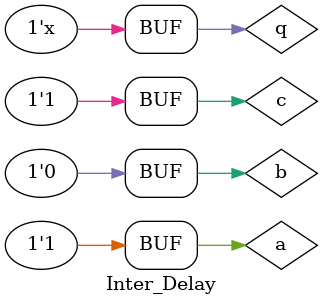
<source format=v>
module Inter_Delay;  
  reg  a, b, c, q;  
  
        initial begin  
              $monitor("[%0t] a=%0b b=%0b c=%0b q=%0b", $time, a, b, c, q);  
            
                           // Now initialize all signals to 0 at time 0   
              a <= 0;  
              b <= 0;  
              c <= 0;  
              q <= 0;             
                            // Inter-assignment delay. Wait for #5 time units  
                            // and then assign a and c to 1. Note that 'a' and 'c'  
                            // gets updated at the end of current timestep  
          #5  a <= 1;  
              c <= 1;  
                            // Inter-assignment delay. Wait for #5 time units  
                            // and then assign 'q' with whatever value RHS gets  
                            // evaluated to  
          #5  q <= a & b | c;  
          #20;  
        end  

endmodule : Inter_Delay
</source>
